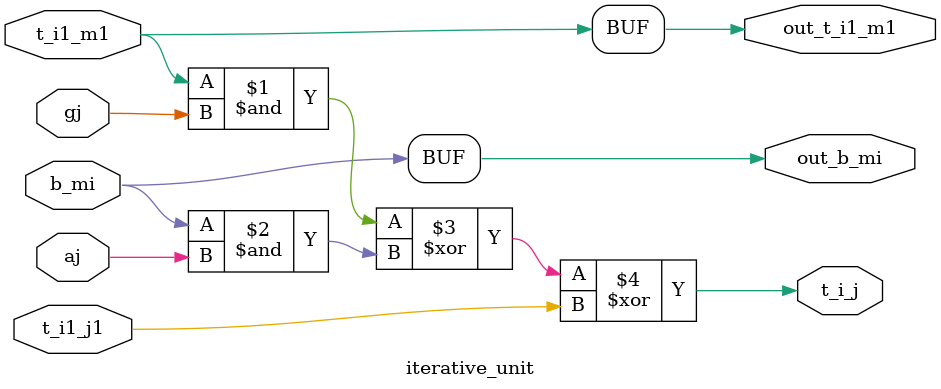
<source format=v>
/*
@Func: the basic iterative unit in algorithm for MSB-first multiplication in GF(2^m)2. 
@Author: Jinyu Xie, Wenzhao Xie, Yuteng Huang, Hao Sun.
@Date: 2018/11/21
*/

module iterative_unit(
	input wire aj,
	input wire gj,
	input wire t_i1_j1,
	input wire t_i1_m1,
	input wire b_mi,

	output wire out_t_i1_m1,
	output wire out_b_mi,
	output wire t_i_j
);


assign out_t_i1_m1 = t_i1_m1;
assign out_b_mi = b_mi;

assign t_i_j = (t_i1_m1&gj)^(b_mi&aj)^t_i1_j1;

endmodule // iterative_unit

</source>
